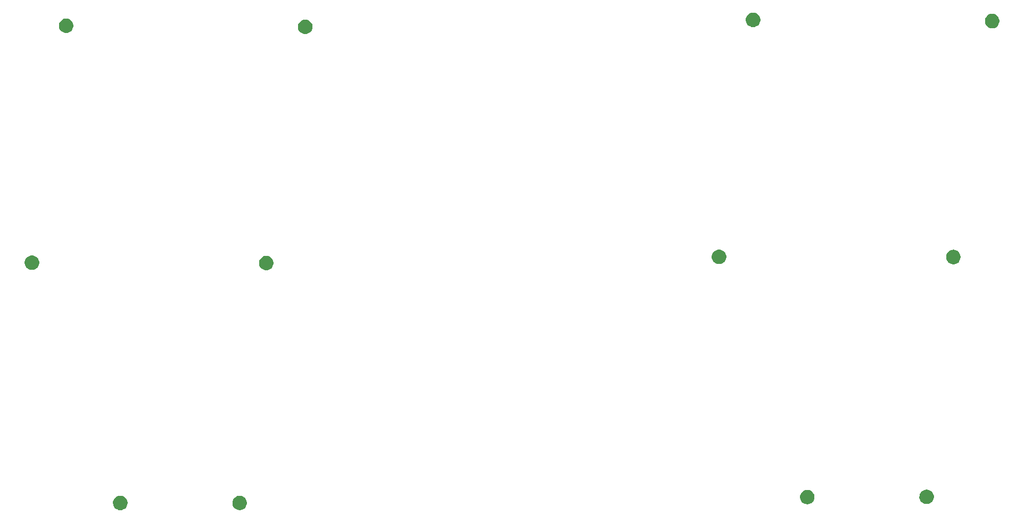
<source format=gbr>
G04 #@! TF.GenerationSoftware,KiCad,Pcbnew,5.1.2*
G04 #@! TF.CreationDate,2019-08-11T12:44:57+09:00*
G04 #@! TF.ProjectId,xenon-e_plate,78656e6f-6e2d-4655-9f70-6c6174652e6b,rev?*
G04 #@! TF.SameCoordinates,Original*
G04 #@! TF.FileFunction,Soldermask,Bot*
G04 #@! TF.FilePolarity,Negative*
%FSLAX46Y46*%
G04 Gerber Fmt 4.6, Leading zero omitted, Abs format (unit mm)*
G04 Created by KiCad (PCBNEW 5.1.2) date 2019-08-11 12:44:57*
%MOMM*%
%LPD*%
G04 APERTURE LIST*
%ADD10C,0.100000*%
G04 APERTURE END LIST*
D10*
G36*
X97910050Y-135593232D02*
G01*
X98035734Y-135618232D01*
X98245203Y-135704997D01*
X98433720Y-135830960D01*
X98594040Y-135991280D01*
X98720003Y-136179797D01*
X98796413Y-136364266D01*
X98806768Y-136389267D01*
X98851000Y-136611635D01*
X98851000Y-136838365D01*
X98838541Y-136901000D01*
X98806768Y-137060734D01*
X98720003Y-137270203D01*
X98594040Y-137458720D01*
X98433720Y-137619040D01*
X98245203Y-137745003D01*
X98035734Y-137831768D01*
X97939048Y-137851000D01*
X97813365Y-137876000D01*
X97586635Y-137876000D01*
X97460952Y-137851000D01*
X97364266Y-137831768D01*
X97154797Y-137745003D01*
X96966280Y-137619040D01*
X96805960Y-137458720D01*
X96679997Y-137270203D01*
X96593232Y-137060734D01*
X96561459Y-136901000D01*
X96549000Y-136838365D01*
X96549000Y-136611635D01*
X96593232Y-136389267D01*
X96603588Y-136364266D01*
X96679997Y-136179797D01*
X96805960Y-135991280D01*
X96966280Y-135830960D01*
X97154797Y-135704997D01*
X97364266Y-135618232D01*
X97489950Y-135593232D01*
X97586635Y-135574000D01*
X97813365Y-135574000D01*
X97910050Y-135593232D01*
X97910050Y-135593232D01*
G37*
G36*
X116924549Y-135571116D02*
G01*
X117035734Y-135593232D01*
X117245203Y-135679997D01*
X117433720Y-135805960D01*
X117594040Y-135966280D01*
X117720003Y-136154797D01*
X117788516Y-136320201D01*
X117806768Y-136364267D01*
X117851000Y-136586635D01*
X117851000Y-136813365D01*
X117837394Y-136881768D01*
X117806768Y-137035734D01*
X117720003Y-137245203D01*
X117594040Y-137433720D01*
X117433720Y-137594040D01*
X117245203Y-137720003D01*
X117035734Y-137806768D01*
X116924549Y-137828884D01*
X116813365Y-137851000D01*
X116586635Y-137851000D01*
X116475451Y-137828884D01*
X116364266Y-137806768D01*
X116154797Y-137720003D01*
X115966280Y-137594040D01*
X115805960Y-137433720D01*
X115679997Y-137245203D01*
X115593232Y-137035734D01*
X115562606Y-136881768D01*
X115549000Y-136813365D01*
X115549000Y-136586635D01*
X115593232Y-136364267D01*
X115611485Y-136320201D01*
X115679997Y-136154797D01*
X115805960Y-135966280D01*
X115966280Y-135805960D01*
X116154797Y-135679997D01*
X116364266Y-135593232D01*
X116475451Y-135571116D01*
X116586635Y-135549000D01*
X116813365Y-135549000D01*
X116924549Y-135571116D01*
X116924549Y-135571116D01*
G37*
G36*
X207210050Y-134643232D02*
G01*
X207335734Y-134668232D01*
X207545203Y-134754997D01*
X207733720Y-134880960D01*
X207894040Y-135041280D01*
X208020003Y-135229797D01*
X208096413Y-135414266D01*
X208106768Y-135439267D01*
X208142367Y-135618232D01*
X208151000Y-135661636D01*
X208151000Y-135888364D01*
X208106768Y-136110734D01*
X208020003Y-136320203D01*
X207894040Y-136508720D01*
X207733720Y-136669040D01*
X207545203Y-136795003D01*
X207335734Y-136881768D01*
X207239048Y-136901000D01*
X207113365Y-136926000D01*
X206886635Y-136926000D01*
X206760952Y-136901000D01*
X206664266Y-136881768D01*
X206454797Y-136795003D01*
X206266280Y-136669040D01*
X206105960Y-136508720D01*
X205979997Y-136320203D01*
X205893232Y-136110734D01*
X205849000Y-135888364D01*
X205849000Y-135661636D01*
X205857634Y-135618232D01*
X205893232Y-135439267D01*
X205903588Y-135414266D01*
X205979997Y-135229797D01*
X206105960Y-135041280D01*
X206266280Y-134880960D01*
X206454797Y-134754997D01*
X206664266Y-134668232D01*
X206789950Y-134643232D01*
X206886635Y-134624000D01*
X207113365Y-134624000D01*
X207210050Y-134643232D01*
X207210050Y-134643232D01*
G37*
G36*
X226199549Y-134621116D02*
G01*
X226310734Y-134643232D01*
X226520203Y-134729997D01*
X226708720Y-134855960D01*
X226869040Y-135016280D01*
X226885744Y-135041280D01*
X226995004Y-135204799D01*
X227081768Y-135414267D01*
X227117367Y-135593232D01*
X227126000Y-135636636D01*
X227126000Y-135863364D01*
X227081768Y-136085734D01*
X226995003Y-136295203D01*
X226869040Y-136483720D01*
X226708720Y-136644040D01*
X226520203Y-136770003D01*
X226310734Y-136856768D01*
X226199549Y-136878884D01*
X226088365Y-136901000D01*
X225861635Y-136901000D01*
X225750451Y-136878884D01*
X225639266Y-136856768D01*
X225429797Y-136770003D01*
X225241280Y-136644040D01*
X225080960Y-136483720D01*
X224954997Y-136295203D01*
X224868232Y-136085734D01*
X224824000Y-135863364D01*
X224824000Y-135636636D01*
X224832634Y-135593232D01*
X224868232Y-135414267D01*
X224954996Y-135204799D01*
X225064256Y-135041280D01*
X225080960Y-135016280D01*
X225241280Y-134855960D01*
X225429797Y-134729997D01*
X225639266Y-134643232D01*
X225750451Y-134621116D01*
X225861635Y-134599000D01*
X226088365Y-134599000D01*
X226199549Y-134621116D01*
X226199549Y-134621116D01*
G37*
G36*
X121149549Y-97396116D02*
G01*
X121260734Y-97418232D01*
X121470203Y-97504997D01*
X121658720Y-97630960D01*
X121819040Y-97791280D01*
X121945003Y-97979797D01*
X122011058Y-98139267D01*
X122031768Y-98189267D01*
X122076000Y-98411635D01*
X122076000Y-98638365D01*
X122063541Y-98701000D01*
X122031768Y-98860734D01*
X121945003Y-99070203D01*
X121819040Y-99258720D01*
X121658720Y-99419040D01*
X121470203Y-99545003D01*
X121260734Y-99631768D01*
X121149549Y-99653884D01*
X121038365Y-99676000D01*
X120811635Y-99676000D01*
X120700451Y-99653884D01*
X120589266Y-99631768D01*
X120379797Y-99545003D01*
X120191280Y-99419040D01*
X120030960Y-99258720D01*
X119904997Y-99070203D01*
X119818232Y-98860734D01*
X119786459Y-98701000D01*
X119774000Y-98638365D01*
X119774000Y-98411635D01*
X119818232Y-98189267D01*
X119838943Y-98139267D01*
X119904997Y-97979797D01*
X120030960Y-97791280D01*
X120191280Y-97630960D01*
X120379797Y-97504997D01*
X120589266Y-97418232D01*
X120700451Y-97396116D01*
X120811635Y-97374000D01*
X121038365Y-97374000D01*
X121149549Y-97396116D01*
X121149549Y-97396116D01*
G37*
G36*
X83874549Y-97346116D02*
G01*
X83985734Y-97368232D01*
X84195203Y-97454997D01*
X84383720Y-97580960D01*
X84544040Y-97741280D01*
X84670003Y-97929797D01*
X84756768Y-98139266D01*
X84766714Y-98189267D01*
X84801000Y-98361635D01*
X84801000Y-98588365D01*
X84791054Y-98638365D01*
X84756768Y-98810734D01*
X84670003Y-99020203D01*
X84544040Y-99208720D01*
X84383720Y-99369040D01*
X84195203Y-99495003D01*
X83985734Y-99581768D01*
X83874549Y-99603884D01*
X83763365Y-99626000D01*
X83536635Y-99626000D01*
X83425451Y-99603884D01*
X83314266Y-99581768D01*
X83104797Y-99495003D01*
X82916280Y-99369040D01*
X82755960Y-99208720D01*
X82629997Y-99020203D01*
X82543232Y-98810734D01*
X82508946Y-98638365D01*
X82499000Y-98588365D01*
X82499000Y-98361635D01*
X82533286Y-98189267D01*
X82543232Y-98139266D01*
X82629997Y-97929797D01*
X82755960Y-97741280D01*
X82916280Y-97580960D01*
X83104797Y-97454997D01*
X83314266Y-97368232D01*
X83425451Y-97346116D01*
X83536635Y-97324000D01*
X83763365Y-97324000D01*
X83874549Y-97346116D01*
X83874549Y-97346116D01*
G37*
G36*
X230435050Y-96443232D02*
G01*
X230560734Y-96468232D01*
X230770203Y-96554997D01*
X230958720Y-96680960D01*
X231119040Y-96841280D01*
X231245003Y-97029797D01*
X231321413Y-97214266D01*
X231331768Y-97239267D01*
X231374680Y-97454997D01*
X231376000Y-97461636D01*
X231376000Y-97688364D01*
X231331768Y-97910734D01*
X231245003Y-98120203D01*
X231119040Y-98308720D01*
X230958720Y-98469040D01*
X230770203Y-98595003D01*
X230560734Y-98681768D01*
X230464048Y-98701000D01*
X230338365Y-98726000D01*
X230111635Y-98726000D01*
X229985952Y-98701000D01*
X229889266Y-98681768D01*
X229679797Y-98595003D01*
X229491280Y-98469040D01*
X229330960Y-98308720D01*
X229204997Y-98120203D01*
X229118232Y-97910734D01*
X229074000Y-97688364D01*
X229074000Y-97461636D01*
X229075321Y-97454997D01*
X229118232Y-97239267D01*
X229128588Y-97214266D01*
X229204997Y-97029797D01*
X229330960Y-96841280D01*
X229491280Y-96680960D01*
X229679797Y-96554997D01*
X229889266Y-96468232D01*
X230014950Y-96443232D01*
X230111635Y-96424000D01*
X230338365Y-96424000D01*
X230435050Y-96443232D01*
X230435050Y-96443232D01*
G37*
G36*
X193174549Y-96421116D02*
G01*
X193285734Y-96443232D01*
X193495203Y-96529997D01*
X193683720Y-96655960D01*
X193844040Y-96816280D01*
X193970003Y-97004797D01*
X194056768Y-97214266D01*
X194101000Y-97436636D01*
X194101000Y-97663364D01*
X194056768Y-97885734D01*
X193970003Y-98095203D01*
X193844040Y-98283720D01*
X193683720Y-98444040D01*
X193495203Y-98570003D01*
X193285734Y-98656768D01*
X193174549Y-98678884D01*
X193063365Y-98701000D01*
X192836635Y-98701000D01*
X192725451Y-98678884D01*
X192614266Y-98656768D01*
X192404797Y-98570003D01*
X192216280Y-98444040D01*
X192055960Y-98283720D01*
X191929997Y-98095203D01*
X191843232Y-97885734D01*
X191799000Y-97663364D01*
X191799000Y-97436636D01*
X191843232Y-97214266D01*
X191929997Y-97004797D01*
X192055960Y-96816280D01*
X192216280Y-96655960D01*
X192404797Y-96529997D01*
X192614266Y-96443232D01*
X192725451Y-96421116D01*
X192836635Y-96399000D01*
X193063365Y-96399000D01*
X193174549Y-96421116D01*
X193174549Y-96421116D01*
G37*
G36*
X127349549Y-59821116D02*
G01*
X127460734Y-59843232D01*
X127670203Y-59929997D01*
X127858720Y-60055960D01*
X128019040Y-60216280D01*
X128145003Y-60404797D01*
X128231768Y-60614266D01*
X128276000Y-60836636D01*
X128276000Y-61063364D01*
X128231768Y-61285734D01*
X128145003Y-61495203D01*
X128019040Y-61683720D01*
X127858720Y-61844040D01*
X127670203Y-61970003D01*
X127460734Y-62056768D01*
X127349549Y-62078884D01*
X127238365Y-62101000D01*
X127011635Y-62101000D01*
X126900451Y-62078884D01*
X126789266Y-62056768D01*
X126579797Y-61970003D01*
X126391280Y-61844040D01*
X126230960Y-61683720D01*
X126104997Y-61495203D01*
X126018232Y-61285734D01*
X125974000Y-61063364D01*
X125974000Y-60836636D01*
X126018232Y-60614266D01*
X126104997Y-60404797D01*
X126230960Y-60216280D01*
X126391280Y-60055960D01*
X126579797Y-59929997D01*
X126789266Y-59843232D01*
X126900451Y-59821116D01*
X127011635Y-59799000D01*
X127238365Y-59799000D01*
X127349549Y-59821116D01*
X127349549Y-59821116D01*
G37*
G36*
X89324549Y-59646116D02*
G01*
X89435734Y-59668232D01*
X89645203Y-59754997D01*
X89833720Y-59880960D01*
X89994040Y-60041280D01*
X90120003Y-60229797D01*
X90206768Y-60439266D01*
X90251000Y-60661636D01*
X90251000Y-60888364D01*
X90206768Y-61110734D01*
X90120003Y-61320203D01*
X89994040Y-61508720D01*
X89833720Y-61669040D01*
X89645203Y-61795003D01*
X89435734Y-61881768D01*
X89324549Y-61903884D01*
X89213365Y-61926000D01*
X88986635Y-61926000D01*
X88875451Y-61903884D01*
X88764266Y-61881768D01*
X88554797Y-61795003D01*
X88366280Y-61669040D01*
X88205960Y-61508720D01*
X88079997Y-61320203D01*
X87993232Y-61110734D01*
X87949000Y-60888364D01*
X87949000Y-60661636D01*
X87993232Y-60439266D01*
X88079997Y-60229797D01*
X88205960Y-60041280D01*
X88366280Y-59880960D01*
X88554797Y-59754997D01*
X88764266Y-59668232D01*
X88875451Y-59646116D01*
X88986635Y-59624000D01*
X89213365Y-59624000D01*
X89324549Y-59646116D01*
X89324549Y-59646116D01*
G37*
G36*
X236624549Y-58896116D02*
G01*
X236735734Y-58918232D01*
X236945203Y-59004997D01*
X237133720Y-59130960D01*
X237294040Y-59291280D01*
X237420003Y-59479797D01*
X237506768Y-59689266D01*
X237551000Y-59911636D01*
X237551000Y-60138364D01*
X237506768Y-60360734D01*
X237420003Y-60570203D01*
X237294040Y-60758720D01*
X237133720Y-60919040D01*
X236945203Y-61045003D01*
X236735734Y-61131768D01*
X236624549Y-61153884D01*
X236513365Y-61176000D01*
X236286635Y-61176000D01*
X236175451Y-61153884D01*
X236064266Y-61131768D01*
X235854797Y-61045003D01*
X235666280Y-60919040D01*
X235505960Y-60758720D01*
X235379997Y-60570203D01*
X235293232Y-60360734D01*
X235249000Y-60138364D01*
X235249000Y-59911636D01*
X235293232Y-59689266D01*
X235379997Y-59479797D01*
X235505960Y-59291280D01*
X235666280Y-59130960D01*
X235854797Y-59004997D01*
X236064266Y-58918232D01*
X236175451Y-58896116D01*
X236286635Y-58874000D01*
X236513365Y-58874000D01*
X236624549Y-58896116D01*
X236624549Y-58896116D01*
G37*
G36*
X198599549Y-58721116D02*
G01*
X198710734Y-58743232D01*
X198920203Y-58829997D01*
X199108720Y-58955960D01*
X199269040Y-59116280D01*
X199395003Y-59304797D01*
X199481768Y-59514266D01*
X199526000Y-59736636D01*
X199526000Y-59963364D01*
X199481768Y-60185734D01*
X199395003Y-60395203D01*
X199269040Y-60583720D01*
X199108720Y-60744040D01*
X198920203Y-60870003D01*
X198710734Y-60956768D01*
X198599549Y-60978884D01*
X198488365Y-61001000D01*
X198261635Y-61001000D01*
X198150451Y-60978884D01*
X198039266Y-60956768D01*
X197829797Y-60870003D01*
X197641280Y-60744040D01*
X197480960Y-60583720D01*
X197354997Y-60395203D01*
X197268232Y-60185734D01*
X197224000Y-59963364D01*
X197224000Y-59736636D01*
X197268232Y-59514266D01*
X197354997Y-59304797D01*
X197480960Y-59116280D01*
X197641280Y-58955960D01*
X197829797Y-58829997D01*
X198039266Y-58743232D01*
X198150451Y-58721116D01*
X198261635Y-58699000D01*
X198488365Y-58699000D01*
X198599549Y-58721116D01*
X198599549Y-58721116D01*
G37*
M02*

</source>
